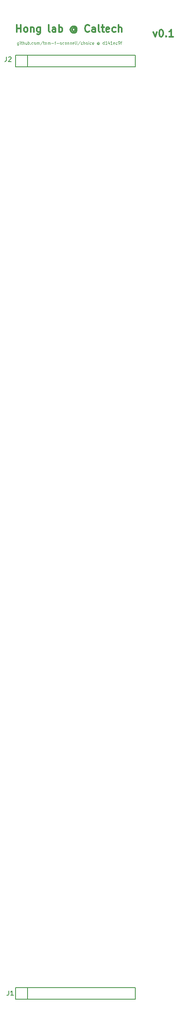
<source format=gbr>
%TF.GenerationSoftware,KiCad,Pcbnew,(2017-11-10 revision d8f4e35)-HEAD*%
%TF.CreationDate,2017-12-06T14:25:09-08:00*%
%TF.ProjectId,floor_pcb,666C6F6F725F7063622E6B696361645F,rev?*%
%TF.SameCoordinates,Original*%
%TF.FileFunction,Legend,Top*%
%TF.FilePolarity,Positive*%
%FSLAX46Y46*%
G04 Gerber Fmt 4.6, Leading zero omitted, Abs format (unit mm)*
G04 Created by KiCad (PCBNEW (2017-11-10 revision d8f4e35)-HEAD) date Wed Dec  6 14:25:09 2017*
%MOMM*%
%LPD*%
G01*
G04 APERTURE LIST*
%ADD10C,0.100000*%
%ADD11C,0.300000*%
%ADD12C,0.150000*%
G04 APERTURE END LIST*
D10*
X114258571Y-12451428D02*
X114258571Y-12937142D01*
X114230000Y-12994285D01*
X114201428Y-13022857D01*
X114144285Y-13051428D01*
X114058571Y-13051428D01*
X114001428Y-13022857D01*
X114258571Y-12822857D02*
X114201428Y-12851428D01*
X114087142Y-12851428D01*
X114030000Y-12822857D01*
X114001428Y-12794285D01*
X113972857Y-12737142D01*
X113972857Y-12565714D01*
X114001428Y-12508571D01*
X114030000Y-12480000D01*
X114087142Y-12451428D01*
X114201428Y-12451428D01*
X114258571Y-12480000D01*
X114544285Y-12851428D02*
X114544285Y-12451428D01*
X114544285Y-12251428D02*
X114515714Y-12280000D01*
X114544285Y-12308571D01*
X114572857Y-12280000D01*
X114544285Y-12251428D01*
X114544285Y-12308571D01*
X114744285Y-12451428D02*
X114972857Y-12451428D01*
X114830000Y-12251428D02*
X114830000Y-12765714D01*
X114858571Y-12822857D01*
X114915714Y-12851428D01*
X114972857Y-12851428D01*
X115172857Y-12851428D02*
X115172857Y-12251428D01*
X115430000Y-12851428D02*
X115430000Y-12537142D01*
X115401428Y-12480000D01*
X115344285Y-12451428D01*
X115258571Y-12451428D01*
X115201428Y-12480000D01*
X115172857Y-12508571D01*
X115972857Y-12451428D02*
X115972857Y-12851428D01*
X115715714Y-12451428D02*
X115715714Y-12765714D01*
X115744285Y-12822857D01*
X115801428Y-12851428D01*
X115887142Y-12851428D01*
X115944285Y-12822857D01*
X115972857Y-12794285D01*
X116258571Y-12851428D02*
X116258571Y-12251428D01*
X116258571Y-12480000D02*
X116315714Y-12451428D01*
X116430000Y-12451428D01*
X116487142Y-12480000D01*
X116515714Y-12508571D01*
X116544285Y-12565714D01*
X116544285Y-12737142D01*
X116515714Y-12794285D01*
X116487142Y-12822857D01*
X116430000Y-12851428D01*
X116315714Y-12851428D01*
X116258571Y-12822857D01*
X116801428Y-12794285D02*
X116830000Y-12822857D01*
X116801428Y-12851428D01*
X116772857Y-12822857D01*
X116801428Y-12794285D01*
X116801428Y-12851428D01*
X117344285Y-12822857D02*
X117287142Y-12851428D01*
X117172857Y-12851428D01*
X117115714Y-12822857D01*
X117087142Y-12794285D01*
X117058571Y-12737142D01*
X117058571Y-12565714D01*
X117087142Y-12508571D01*
X117115714Y-12480000D01*
X117172857Y-12451428D01*
X117287142Y-12451428D01*
X117344285Y-12480000D01*
X117687142Y-12851428D02*
X117630000Y-12822857D01*
X117601428Y-12794285D01*
X117572857Y-12737142D01*
X117572857Y-12565714D01*
X117601428Y-12508571D01*
X117630000Y-12480000D01*
X117687142Y-12451428D01*
X117772857Y-12451428D01*
X117830000Y-12480000D01*
X117858571Y-12508571D01*
X117887142Y-12565714D01*
X117887142Y-12737142D01*
X117858571Y-12794285D01*
X117830000Y-12822857D01*
X117772857Y-12851428D01*
X117687142Y-12851428D01*
X118144285Y-12851428D02*
X118144285Y-12451428D01*
X118144285Y-12508571D02*
X118172857Y-12480000D01*
X118230000Y-12451428D01*
X118315714Y-12451428D01*
X118372857Y-12480000D01*
X118401428Y-12537142D01*
X118401428Y-12851428D01*
X118401428Y-12537142D02*
X118430000Y-12480000D01*
X118487142Y-12451428D01*
X118572857Y-12451428D01*
X118630000Y-12480000D01*
X118658571Y-12537142D01*
X118658571Y-12851428D01*
X119372857Y-12222857D02*
X118858571Y-12994285D01*
X119487142Y-12451428D02*
X119715714Y-12451428D01*
X119572857Y-12251428D02*
X119572857Y-12765714D01*
X119601428Y-12822857D01*
X119658571Y-12851428D01*
X119715714Y-12851428D01*
X120001428Y-12851428D02*
X119944285Y-12822857D01*
X119915714Y-12794285D01*
X119887142Y-12737142D01*
X119887142Y-12565714D01*
X119915714Y-12508571D01*
X119944285Y-12480000D01*
X120001428Y-12451428D01*
X120087142Y-12451428D01*
X120144285Y-12480000D01*
X120172857Y-12508571D01*
X120201428Y-12565714D01*
X120201428Y-12737142D01*
X120172857Y-12794285D01*
X120144285Y-12822857D01*
X120087142Y-12851428D01*
X120001428Y-12851428D01*
X120458571Y-12851428D02*
X120458571Y-12451428D01*
X120458571Y-12508571D02*
X120487142Y-12480000D01*
X120544285Y-12451428D01*
X120630000Y-12451428D01*
X120687142Y-12480000D01*
X120715714Y-12537142D01*
X120715714Y-12851428D01*
X120715714Y-12537142D02*
X120744285Y-12480000D01*
X120801428Y-12451428D01*
X120887142Y-12451428D01*
X120944285Y-12480000D01*
X120972857Y-12537142D01*
X120972857Y-12851428D01*
X121258571Y-12622857D02*
X121715714Y-12622857D01*
X121915714Y-12451428D02*
X122144285Y-12451428D01*
X122001428Y-12851428D02*
X122001428Y-12337142D01*
X122030000Y-12280000D01*
X122087142Y-12251428D01*
X122144285Y-12251428D01*
X122344285Y-12622857D02*
X122801428Y-12622857D01*
X123172857Y-12851428D02*
X123115714Y-12822857D01*
X123087142Y-12794285D01*
X123058571Y-12737142D01*
X123058571Y-12565714D01*
X123087142Y-12508571D01*
X123115714Y-12480000D01*
X123172857Y-12451428D01*
X123258571Y-12451428D01*
X123315714Y-12480000D01*
X123344285Y-12508571D01*
X123372857Y-12565714D01*
X123372857Y-12737142D01*
X123344285Y-12794285D01*
X123315714Y-12822857D01*
X123258571Y-12851428D01*
X123172857Y-12851428D01*
X123887142Y-12822857D02*
X123830000Y-12851428D01*
X123715714Y-12851428D01*
X123658571Y-12822857D01*
X123630000Y-12794285D01*
X123601428Y-12737142D01*
X123601428Y-12565714D01*
X123630000Y-12508571D01*
X123658571Y-12480000D01*
X123715714Y-12451428D01*
X123830000Y-12451428D01*
X123887142Y-12480000D01*
X124230000Y-12851428D02*
X124172857Y-12822857D01*
X124144285Y-12794285D01*
X124115714Y-12737142D01*
X124115714Y-12565714D01*
X124144285Y-12508571D01*
X124172857Y-12480000D01*
X124230000Y-12451428D01*
X124315714Y-12451428D01*
X124372857Y-12480000D01*
X124401428Y-12508571D01*
X124430000Y-12565714D01*
X124430000Y-12737142D01*
X124401428Y-12794285D01*
X124372857Y-12822857D01*
X124315714Y-12851428D01*
X124230000Y-12851428D01*
X124687142Y-12451428D02*
X124687142Y-12851428D01*
X124687142Y-12508571D02*
X124715714Y-12480000D01*
X124772857Y-12451428D01*
X124858571Y-12451428D01*
X124915714Y-12480000D01*
X124944285Y-12537142D01*
X124944285Y-12851428D01*
X125230000Y-12451428D02*
X125230000Y-12851428D01*
X125230000Y-12508571D02*
X125258571Y-12480000D01*
X125315714Y-12451428D01*
X125401428Y-12451428D01*
X125458571Y-12480000D01*
X125487142Y-12537142D01*
X125487142Y-12851428D01*
X126001428Y-12822857D02*
X125944285Y-12851428D01*
X125830000Y-12851428D01*
X125772857Y-12822857D01*
X125744285Y-12765714D01*
X125744285Y-12537142D01*
X125772857Y-12480000D01*
X125830000Y-12451428D01*
X125944285Y-12451428D01*
X126001428Y-12480000D01*
X126030000Y-12537142D01*
X126030000Y-12594285D01*
X125744285Y-12651428D01*
X126372857Y-12851428D02*
X126315714Y-12822857D01*
X126287142Y-12765714D01*
X126287142Y-12251428D01*
X126687142Y-12851428D02*
X126630000Y-12822857D01*
X126601428Y-12765714D01*
X126601428Y-12251428D01*
X127344285Y-12222857D02*
X126830000Y-12994285D01*
X127801428Y-12822857D02*
X127744285Y-12851428D01*
X127630000Y-12851428D01*
X127572857Y-12822857D01*
X127544285Y-12794285D01*
X127515714Y-12737142D01*
X127515714Y-12565714D01*
X127544285Y-12508571D01*
X127572857Y-12480000D01*
X127630000Y-12451428D01*
X127744285Y-12451428D01*
X127801428Y-12480000D01*
X128058571Y-12851428D02*
X128058571Y-12251428D01*
X128315714Y-12851428D02*
X128315714Y-12537142D01*
X128287142Y-12480000D01*
X128230000Y-12451428D01*
X128144285Y-12451428D01*
X128087142Y-12480000D01*
X128058571Y-12508571D01*
X128687142Y-12851428D02*
X128630000Y-12822857D01*
X128601428Y-12794285D01*
X128572857Y-12737142D01*
X128572857Y-12565714D01*
X128601428Y-12508571D01*
X128630000Y-12480000D01*
X128687142Y-12451428D01*
X128772857Y-12451428D01*
X128830000Y-12480000D01*
X128858571Y-12508571D01*
X128887142Y-12565714D01*
X128887142Y-12737142D01*
X128858571Y-12794285D01*
X128830000Y-12822857D01*
X128772857Y-12851428D01*
X128687142Y-12851428D01*
X129144285Y-12851428D02*
X129144285Y-12451428D01*
X129144285Y-12251428D02*
X129115714Y-12280000D01*
X129144285Y-12308571D01*
X129172857Y-12280000D01*
X129144285Y-12251428D01*
X129144285Y-12308571D01*
X129687142Y-12822857D02*
X129630000Y-12851428D01*
X129515714Y-12851428D01*
X129458571Y-12822857D01*
X129430000Y-12794285D01*
X129401428Y-12737142D01*
X129401428Y-12565714D01*
X129430000Y-12508571D01*
X129458571Y-12480000D01*
X129515714Y-12451428D01*
X129630000Y-12451428D01*
X129687142Y-12480000D01*
X130172857Y-12822857D02*
X130115714Y-12851428D01*
X130001428Y-12851428D01*
X129944285Y-12822857D01*
X129915714Y-12765714D01*
X129915714Y-12537142D01*
X129944285Y-12480000D01*
X130001428Y-12451428D01*
X130115714Y-12451428D01*
X130172857Y-12480000D01*
X130201428Y-12537142D01*
X130201428Y-12594285D01*
X129915714Y-12651428D01*
X131287142Y-12565714D02*
X131258571Y-12537142D01*
X131201428Y-12508571D01*
X131144285Y-12508571D01*
X131087142Y-12537142D01*
X131058571Y-12565714D01*
X131030000Y-12622857D01*
X131030000Y-12680000D01*
X131058571Y-12737142D01*
X131087142Y-12765714D01*
X131144285Y-12794285D01*
X131201428Y-12794285D01*
X131258571Y-12765714D01*
X131287142Y-12737142D01*
X131287142Y-12508571D02*
X131287142Y-12737142D01*
X131315714Y-12765714D01*
X131344285Y-12765714D01*
X131401428Y-12737142D01*
X131430000Y-12680000D01*
X131430000Y-12537142D01*
X131372857Y-12451428D01*
X131287142Y-12394285D01*
X131172857Y-12365714D01*
X131058571Y-12394285D01*
X130972857Y-12451428D01*
X130915714Y-12537142D01*
X130887142Y-12651428D01*
X130915714Y-12765714D01*
X130972857Y-12851428D01*
X131058571Y-12908571D01*
X131172857Y-12937142D01*
X131287142Y-12908571D01*
X131372857Y-12851428D01*
X132401428Y-12851428D02*
X132401428Y-12251428D01*
X132401428Y-12822857D02*
X132344285Y-12851428D01*
X132230000Y-12851428D01*
X132172857Y-12822857D01*
X132144285Y-12794285D01*
X132115714Y-12737142D01*
X132115714Y-12565714D01*
X132144285Y-12508571D01*
X132172857Y-12480000D01*
X132230000Y-12451428D01*
X132344285Y-12451428D01*
X132401428Y-12480000D01*
X133001428Y-12851428D02*
X132658571Y-12851428D01*
X132830000Y-12851428D02*
X132830000Y-12251428D01*
X132772857Y-12337142D01*
X132715714Y-12394285D01*
X132658571Y-12422857D01*
X133515714Y-12451428D02*
X133515714Y-12851428D01*
X133372857Y-12222857D02*
X133230000Y-12651428D01*
X133601428Y-12651428D01*
X134144285Y-12851428D02*
X133801428Y-12851428D01*
X133972857Y-12851428D02*
X133972857Y-12251428D01*
X133915714Y-12337142D01*
X133858571Y-12394285D01*
X133801428Y-12422857D01*
X134630000Y-12822857D02*
X134572857Y-12851428D01*
X134458571Y-12851428D01*
X134401428Y-12822857D01*
X134372857Y-12765714D01*
X134372857Y-12537142D01*
X134401428Y-12480000D01*
X134458571Y-12451428D01*
X134572857Y-12451428D01*
X134630000Y-12480000D01*
X134658571Y-12537142D01*
X134658571Y-12594285D01*
X134372857Y-12651428D01*
X135172857Y-12822857D02*
X135115714Y-12851428D01*
X135001428Y-12851428D01*
X134944285Y-12822857D01*
X134915714Y-12794285D01*
X134887142Y-12737142D01*
X134887142Y-12565714D01*
X134915714Y-12508571D01*
X134944285Y-12480000D01*
X135001428Y-12451428D01*
X135115714Y-12451428D01*
X135172857Y-12480000D01*
X135458571Y-12851428D02*
X135572857Y-12851428D01*
X135630000Y-12822857D01*
X135658571Y-12794285D01*
X135715714Y-12708571D01*
X135744285Y-12594285D01*
X135744285Y-12365714D01*
X135715714Y-12308571D01*
X135687142Y-12280000D01*
X135630000Y-12251428D01*
X135515714Y-12251428D01*
X135458571Y-12280000D01*
X135430000Y-12308571D01*
X135401428Y-12365714D01*
X135401428Y-12508571D01*
X135430000Y-12565714D01*
X135458571Y-12594285D01*
X135515714Y-12622857D01*
X135630000Y-12622857D01*
X135687142Y-12594285D01*
X135715714Y-12565714D01*
X135744285Y-12508571D01*
X135915714Y-12451428D02*
X136144285Y-12451428D01*
X136001428Y-12851428D02*
X136001428Y-12337142D01*
X136030000Y-12280000D01*
X136087142Y-12251428D01*
X136144285Y-12251428D01*
D11*
X142887142Y-10258571D02*
X143244285Y-11258571D01*
X143601428Y-10258571D01*
X144458571Y-9758571D02*
X144601428Y-9758571D01*
X144744285Y-9830000D01*
X144815714Y-9901428D01*
X144887142Y-10044285D01*
X144958571Y-10330000D01*
X144958571Y-10687142D01*
X144887142Y-10972857D01*
X144815714Y-11115714D01*
X144744285Y-11187142D01*
X144601428Y-11258571D01*
X144458571Y-11258571D01*
X144315714Y-11187142D01*
X144244285Y-11115714D01*
X144172857Y-10972857D01*
X144101428Y-10687142D01*
X144101428Y-10330000D01*
X144172857Y-10044285D01*
X144244285Y-9901428D01*
X144315714Y-9830000D01*
X144458571Y-9758571D01*
X145601428Y-11115714D02*
X145672857Y-11187142D01*
X145601428Y-11258571D01*
X145530000Y-11187142D01*
X145601428Y-11115714D01*
X145601428Y-11258571D01*
X147101428Y-11258571D02*
X146244285Y-11258571D01*
X146672857Y-11258571D02*
X146672857Y-9758571D01*
X146530000Y-9972857D01*
X146387142Y-10115714D01*
X146244285Y-10187142D01*
X113922857Y-10258571D02*
X113922857Y-8758571D01*
X113922857Y-9472857D02*
X114780000Y-9472857D01*
X114780000Y-10258571D02*
X114780000Y-8758571D01*
X115708571Y-10258571D02*
X115565714Y-10187142D01*
X115494285Y-10115714D01*
X115422857Y-9972857D01*
X115422857Y-9544285D01*
X115494285Y-9401428D01*
X115565714Y-9330000D01*
X115708571Y-9258571D01*
X115922857Y-9258571D01*
X116065714Y-9330000D01*
X116137142Y-9401428D01*
X116208571Y-9544285D01*
X116208571Y-9972857D01*
X116137142Y-10115714D01*
X116065714Y-10187142D01*
X115922857Y-10258571D01*
X115708571Y-10258571D01*
X116851428Y-9258571D02*
X116851428Y-10258571D01*
X116851428Y-9401428D02*
X116922857Y-9330000D01*
X117065714Y-9258571D01*
X117280000Y-9258571D01*
X117422857Y-9330000D01*
X117494285Y-9472857D01*
X117494285Y-10258571D01*
X118851428Y-9258571D02*
X118851428Y-10472857D01*
X118780000Y-10615714D01*
X118708571Y-10687142D01*
X118565714Y-10758571D01*
X118351428Y-10758571D01*
X118208571Y-10687142D01*
X118851428Y-10187142D02*
X118708571Y-10258571D01*
X118422857Y-10258571D01*
X118280000Y-10187142D01*
X118208571Y-10115714D01*
X118137142Y-9972857D01*
X118137142Y-9544285D01*
X118208571Y-9401428D01*
X118280000Y-9330000D01*
X118422857Y-9258571D01*
X118708571Y-9258571D01*
X118851428Y-9330000D01*
X120922857Y-10258571D02*
X120780000Y-10187142D01*
X120708571Y-10044285D01*
X120708571Y-8758571D01*
X122137142Y-10258571D02*
X122137142Y-9472857D01*
X122065714Y-9330000D01*
X121922857Y-9258571D01*
X121637142Y-9258571D01*
X121494285Y-9330000D01*
X122137142Y-10187142D02*
X121994285Y-10258571D01*
X121637142Y-10258571D01*
X121494285Y-10187142D01*
X121422857Y-10044285D01*
X121422857Y-9901428D01*
X121494285Y-9758571D01*
X121637142Y-9687142D01*
X121994285Y-9687142D01*
X122137142Y-9615714D01*
X122851428Y-10258571D02*
X122851428Y-8758571D01*
X122851428Y-9330000D02*
X122994285Y-9258571D01*
X123280000Y-9258571D01*
X123422857Y-9330000D01*
X123494285Y-9401428D01*
X123565714Y-9544285D01*
X123565714Y-9972857D01*
X123494285Y-10115714D01*
X123422857Y-10187142D01*
X123280000Y-10258571D01*
X122994285Y-10258571D01*
X122851428Y-10187142D01*
X126280000Y-9544285D02*
X126208571Y-9472857D01*
X126065714Y-9401428D01*
X125922857Y-9401428D01*
X125780000Y-9472857D01*
X125708571Y-9544285D01*
X125637142Y-9687142D01*
X125637142Y-9830000D01*
X125708571Y-9972857D01*
X125780000Y-10044285D01*
X125922857Y-10115714D01*
X126065714Y-10115714D01*
X126208571Y-10044285D01*
X126280000Y-9972857D01*
X126280000Y-9401428D02*
X126280000Y-9972857D01*
X126351428Y-10044285D01*
X126422857Y-10044285D01*
X126565714Y-9972857D01*
X126637142Y-9830000D01*
X126637142Y-9472857D01*
X126494285Y-9258571D01*
X126280000Y-9115714D01*
X125994285Y-9044285D01*
X125708571Y-9115714D01*
X125494285Y-9258571D01*
X125351428Y-9472857D01*
X125280000Y-9758571D01*
X125351428Y-10044285D01*
X125494285Y-10258571D01*
X125708571Y-10401428D01*
X125994285Y-10472857D01*
X126280000Y-10401428D01*
X126494285Y-10258571D01*
X129280000Y-10115714D02*
X129208571Y-10187142D01*
X128994285Y-10258571D01*
X128851428Y-10258571D01*
X128637142Y-10187142D01*
X128494285Y-10044285D01*
X128422857Y-9901428D01*
X128351428Y-9615714D01*
X128351428Y-9401428D01*
X128422857Y-9115714D01*
X128494285Y-8972857D01*
X128637142Y-8830000D01*
X128851428Y-8758571D01*
X128994285Y-8758571D01*
X129208571Y-8830000D01*
X129280000Y-8901428D01*
X130565714Y-10258571D02*
X130565714Y-9472857D01*
X130494285Y-9330000D01*
X130351428Y-9258571D01*
X130065714Y-9258571D01*
X129922857Y-9330000D01*
X130565714Y-10187142D02*
X130422857Y-10258571D01*
X130065714Y-10258571D01*
X129922857Y-10187142D01*
X129851428Y-10044285D01*
X129851428Y-9901428D01*
X129922857Y-9758571D01*
X130065714Y-9687142D01*
X130422857Y-9687142D01*
X130565714Y-9615714D01*
X131494285Y-10258571D02*
X131351428Y-10187142D01*
X131280000Y-10044285D01*
X131280000Y-8758571D01*
X131851428Y-9258571D02*
X132422857Y-9258571D01*
X132065714Y-8758571D02*
X132065714Y-10044285D01*
X132137142Y-10187142D01*
X132280000Y-10258571D01*
X132422857Y-10258571D01*
X133494285Y-10187142D02*
X133351428Y-10258571D01*
X133065714Y-10258571D01*
X132922857Y-10187142D01*
X132851428Y-10044285D01*
X132851428Y-9472857D01*
X132922857Y-9330000D01*
X133065714Y-9258571D01*
X133351428Y-9258571D01*
X133494285Y-9330000D01*
X133565714Y-9472857D01*
X133565714Y-9615714D01*
X132851428Y-9758571D01*
X134851428Y-10187142D02*
X134708571Y-10258571D01*
X134422857Y-10258571D01*
X134280000Y-10187142D01*
X134208571Y-10115714D01*
X134137142Y-9972857D01*
X134137142Y-9544285D01*
X134208571Y-9401428D01*
X134280000Y-9330000D01*
X134422857Y-9258571D01*
X134708571Y-9258571D01*
X134851428Y-9330000D01*
X135494285Y-10258571D02*
X135494285Y-8758571D01*
X136137142Y-10258571D02*
X136137142Y-9472857D01*
X136065714Y-9330000D01*
X135922857Y-9258571D01*
X135708571Y-9258571D01*
X135565714Y-9330000D01*
X135494285Y-9401428D01*
D12*
%TO.C,J2*%
X113640000Y-15135800D02*
X139000000Y-15135800D01*
X139000000Y-15135800D02*
X139000000Y-17635800D01*
X139000000Y-17635800D02*
X113640000Y-17635800D01*
X113640000Y-17635800D02*
X113640000Y-15135800D01*
X116160000Y-15135800D02*
X116160000Y-17635800D01*
%TO.C,J1*%
X116160000Y-212500000D02*
X116160000Y-215000000D01*
X113640000Y-215000000D02*
X113640000Y-212500000D01*
X139000000Y-215000000D02*
X113640000Y-215000000D01*
X139000000Y-212500000D02*
X139000000Y-215000000D01*
X113640000Y-212500000D02*
X139000000Y-212500000D01*
%TO.C,J2*%
X111696666Y-15532380D02*
X111696666Y-16246666D01*
X111649047Y-16389523D01*
X111553809Y-16484761D01*
X111410952Y-16532380D01*
X111315714Y-16532380D01*
X112125238Y-15627619D02*
X112172857Y-15580000D01*
X112268095Y-15532380D01*
X112506190Y-15532380D01*
X112601428Y-15580000D01*
X112649047Y-15627619D01*
X112696666Y-15722857D01*
X112696666Y-15818095D01*
X112649047Y-15960952D01*
X112077619Y-16532380D01*
X112696666Y-16532380D01*
%TO.C,J1*%
X112186666Y-213177380D02*
X112186666Y-213891666D01*
X112139047Y-214034523D01*
X112043809Y-214129761D01*
X111900952Y-214177380D01*
X111805714Y-214177380D01*
X113186666Y-214177380D02*
X112615238Y-214177380D01*
X112900952Y-214177380D02*
X112900952Y-213177380D01*
X112805714Y-213320238D01*
X112710476Y-213415476D01*
X112615238Y-213463095D01*
%TD*%
M02*

</source>
